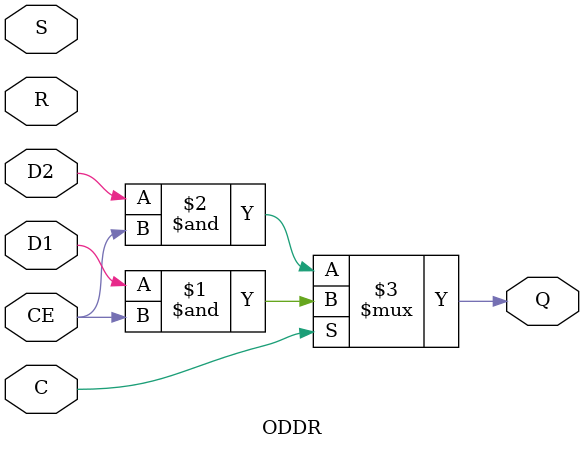
<source format=v>


module ODDR ( input wire D1, D2, 
              input wire C, CE, R, S,
              output wire Q );

assign Q = C ? D1 & CE : D2 & CE;

endmodule

</source>
